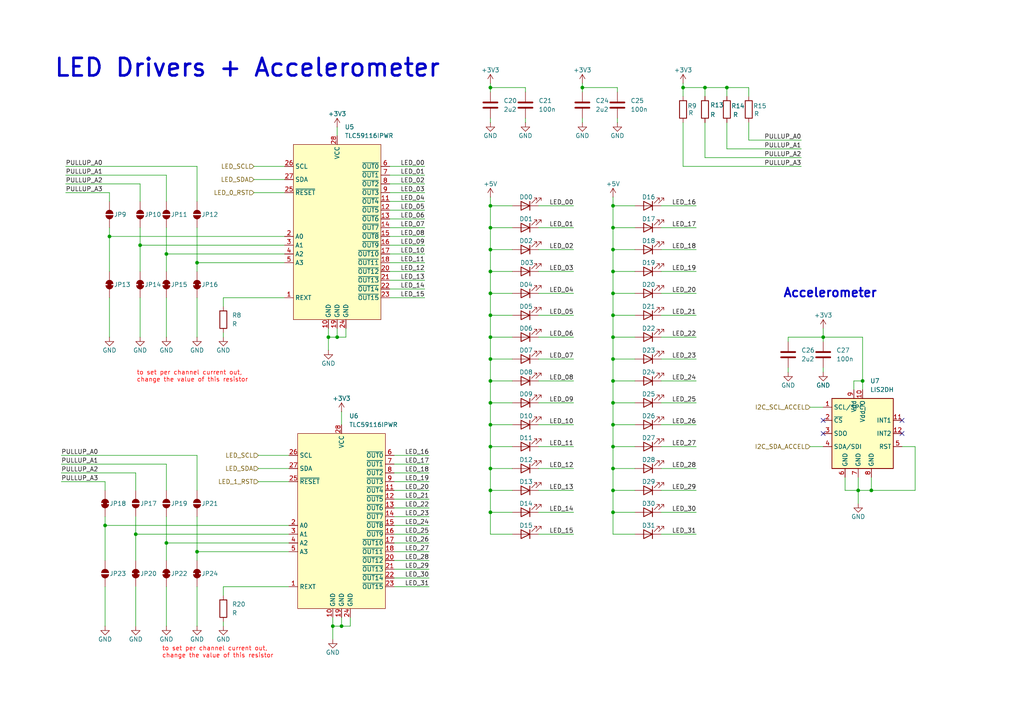
<source format=kicad_sch>
(kicad_sch (version 20231120) (generator "eeschema") (generator_version "8.0")
  (paper "A4")
  (title_block (title "Pico + LEDs") (date "2024-08-11") (rev "A") (comment 1 "Drawn by: Basak"))
  (lib_symbols
    (symbol "Device:LED" (pin_numbers hide) (pin_names (offset 1.016) hide)
      (property "Reference" "D" (at 0 2.54 0))
      (property "Value" "LED" (at 0 -2.54 0))
      (symbol "LED_0_1"
        (polyline (pts (xy -1.27 -1.27) (xy -1.27 1.27)) (stroke (width 0.254)))
        (polyline (pts (xy -1.27 0) (xy 1.27 0)))
        (polyline (pts (xy 1.27 -1.27) (xy 1.27 1.27) (xy -1.27 0) (xy 1.27 -1.27)) (stroke (width 0.254)))
        (polyline (pts (xy -3.048 -0.762) (xy -4.572 -2.286) (xy -3.81 -2.286) (xy -4.572 -2.286) (xy -4.572 -1.524)))
        (polyline (pts (xy -1.778 -0.762) (xy -3.302 -2.286) (xy -2.54 -2.286) (xy -3.302 -2.286) (xy -3.302 -1.524)))
      )
      (symbol "LED_1_1"
        (pin passive line (at -3.81 0 0) (length 2.54) (name "K") (number "1"))
        (pin passive line (at 3.81 0 180) (length 2.54) (name "A") (number "2"))
      )
    )
    (symbol "Device:R" (pin_numbers hide) (pin_names (offset 0))
      (property "Reference" "R" (at 2.032 0 90))
      (property "Value" "R" (at 0 0 90))
      (symbol "R_0_1"
        (rectangle (start -1.016 -2.54) (end 1.016 2.54) (stroke (width 0.254)))
      )
      (symbol "R_1_1"
        (pin passive line (at 0 3.81 270) (length 1.27) (name "~") (number "1"))
        (pin passive line (at 0 -3.81 90) (length 1.27) (name "~") (number "2"))
      )
    )
    (symbol "Jumper:SolderJumper_2_Bridged" (pin_numbers hide) (pin_names (offset 0) hide) (exclude_from_sim yes) (in_bom no)
      (property "Reference" "JP" (at 0 2.032 0))
      (property "Value" "SolderJumper_2_Bridged" (at 0 -2.54 0))
      (symbol "SolderJumper_2_Bridged_0_1"
        (rectangle (start -0.508 0.508) (end 0.508 -0.508) (fill (type outline)))
        (arc (start -0.254 1.016) (mid -1.2656 0) (end -0.254 -1.016))
        (arc (start -0.254 1.016) (mid -1.2656 0) (end -0.254 -1.016) (fill (type outline)))
        (polyline (pts (xy -0.254 1.016) (xy -0.254 -1.016)))
        (polyline (pts (xy 0.254 1.016) (xy 0.254 -1.016)))
        (arc (start 0.254 -1.016) (mid 1.2656 0) (end 0.254 1.016))
        (arc (start 0.254 -1.016) (mid 1.2656 0) (end 0.254 1.016) (fill (type outline)))
      )
      (symbol "SolderJumper_2_Bridged_1_1"
        (pin passive line (at -3.81 0 0) (length 2.54) (name "A") (number "1"))
        (pin passive line (at 3.81 0 180) (length 2.54) (name "B") (number "2"))
      )
    )
    (symbol "Jumper:SolderJumper_2_Open" (pin_numbers hide) (pin_names (offset 0) hide) (exclude_from_sim yes) (in_bom no)
      (property "Reference" "JP" (at 0 2.032 0))
      (property "Value" "SolderJumper_2_Open" (at 0 -2.54 0))
      (symbol "SolderJumper_2_Open_0_1"
        (arc (start -0.254 1.016) (mid -1.2656 0) (end -0.254 -1.016))
        (arc (start -0.254 1.016) (mid -1.2656 0) (end -0.254 -1.016) (fill (type outline)))
        (polyline (pts (xy -0.254 1.016) (xy -0.254 -1.016)))
        (polyline (pts (xy 0.254 1.016) (xy 0.254 -1.016)))
        (arc (start 0.254 -1.016) (mid 1.2656 0) (end 0.254 1.016))
        (arc (start 0.254 -1.016) (mid 1.2656 0) (end 0.254 1.016) (fill (type outline)))
      )
      (symbol "SolderJumper_2_Open_1_1"
        (pin passive line (at -3.81 0 0) (length 2.54) (name "A") (number "1"))
        (pin passive line (at 3.81 0 180) (length 2.54) (name "B") (number "2"))
      )
    )
    (symbol "jellybeans:C-0603-100n-50V" (pin_numbers hide) (pin_names (offset 0.254))
      (property "Reference" "C" (at 0.635 2.54 0))
      (property "Value" "100n" (at 0.635 -2.54 0))
      (symbol "C-0603-100n-50V_0_1"
        (polyline (pts (xy -2.032 -0.762) (xy 2.032 -0.762)) (stroke (width 0.508)))
        (polyline (pts (xy -2.032 0.762) (xy 2.032 0.762)) (stroke (width 0.508)))
      )
      (symbol "C-0603-100n-50V_1_1"
        (pin passive line (at 0 3.81 270) (length 2.794) (name "~") (number "1"))
        (pin passive line (at 0 -3.81 90) (length 2.794) (name "~") (number "2"))
      )
    )
    (symbol "jellybeans:C-0805-2u2-25V" (pin_numbers hide) (pin_names (offset 0.254))
      (property "Reference" "C" (at 0.635 2.54 0))
      (property "Value" "2u2" (at 0.635 -2.54 0))
      (symbol "C-0805-2u2-25V_0_1"
        (polyline (pts (xy -2.032 -0.762) (xy 2.032 -0.762)) (stroke (width 0.508)))
        (polyline (pts (xy -2.032 0.762) (xy 2.032 0.762)) (stroke (width 0.508)))
      )
      (symbol "C-0805-2u2-25V_1_1"
        (pin passive line (at 0 3.81 270) (length 2.794) (name "~") (number "1"))
        (pin passive line (at 0 -3.81 90) (length 2.794) (name "~") (number "2"))
      )
    )
    (symbol "power:+3V3" (power) (pin_numbers hide) (pin_names (offset 0) hide)
      (property "Value" "+3V3" (at 0 3.556 0))
      (symbol "+3V3_0_1"
        (polyline (pts (xy -0.762 1.27) (xy 0 2.54)))
        (polyline (pts (xy 0 0) (xy 0 2.54)))
        (polyline (pts (xy 0 2.54) (xy 0.762 1.27)))
      )
      (symbol "+3V3_1_1"
        (pin power_in line (at 0 0 90) (length 0) (name "~") (number "1"))
      )
    )
    (symbol "power:GND" (power) (pin_numbers hide) (pin_names (offset 0) hide)
      (property "Value" "GND" (at 0 -3.81 0))
      (symbol "GND_0_1"
        (polyline (pts (xy 0 0) (xy 0 -1.27) (xy 1.27 -1.27) (xy 0 -2.54) (xy -1.27 -1.27) (xy 0 -1.27)))
      )
      (symbol "GND_1_1"
        (pin power_in line (at 0 0 270) (length 0) (name "~") (number "1"))
      )
    )
    (symbol "suchi_chips:LIS2DH12"
      (property "Reference" "U" (at -8.89 11.43 0))
      (property "Value" "LIS2DH12" (at 3.81 11.43 0))
      (symbol "LIS2DH12_0_1"
        (rectangle (start -7.62 10.16) (end 10.16 -10.16) (stroke (width 0.254)) (fill (type background)))
      )
      (symbol "LIS2DH12_1_1"
        (pin input line (at -10.16 7.62 0) (length 2.54) (name "SCL/SPC") (number "1"))
        (pin power_in line (at 1.27 12.7 270) (length 2.54) (name "Vdd_IO") (number "10"))
        (pin output line (at 12.7 3.81 180) (length 2.54) (name "INT1") (number "11"))
        (pin output line (at 12.7 0 180) (length 2.54) (name "INT2") (number "12"))
        (pin input line (at -10.16 3.81 0) (length 2.54) (name "~{CS}") (number "2"))
        (pin output line (at -10.16 0 0) (length 2.54) (name "SDO") (number "3"))
        (pin bidirectional line (at -10.16 -3.81 0) (length 2.54) (name "SDA/SDI") (number "4"))
        (pin power_in line (at 12.7 -3.81 180) (length 2.54) (name "RST") (number "5"))
        (pin passive line (at -3.81 -12.7 90) (length 2.54) (name "GND") (number "6"))
        (pin passive line (at 0 -12.7 90) (length 2.54) (name "GND") (number "7"))
        (pin passive line (at 3.81 -12.7 90) (length 2.54) (name "GND") (number "8"))
        (pin power_in line (at -1.27 12.7 270) (length 2.54) (name "Vdd") (number "9"))
      )
    )
    (symbol "suchi_chips:TLC59116IPWR"
      (property "Reference" "U" (at -1.016 3.302 0))
      (property "Value" "TLC59116IPWR" (at -67.31 -7.62 0))
      (symbol "TLC59116IPWR_0_0"
        (pin passive line (at -15.24 -19.05 0) (length 2.54) (name "REXT") (number "1"))
        (pin power_in line (at -2.54 -27.94 90) (length 2.54) (name "GND") (number "10"))
        (pin output line (at 15.24 8.89 180) (length 2.54) (name "~{OUT4}") (number "11"))
        (pin output line (at 15.24 6.35 180) (length 2.54) (name "~{OUT5}") (number "12"))
        (pin output line (at 15.24 3.81 180) (length 2.54) (name "~{OUT6}") (number "13"))
        (pin output line (at 15.24 1.27 180) (length 2.54) (name "~{OUT7}") (number "14"))
        (pin output line (at 15.24 -1.27 180) (length 2.54) (name "~{OUT8}") (number "15"))
        (pin output line (at 15.24 -3.81 180) (length 2.54) (name "~{OUT9}") (number "16"))
        (pin output line (at 15.24 -6.35 180) (length 2.54) (name "~{OUT10}") (number "17"))
        (pin output line (at 15.24 -8.89 180) (length 2.54) (name "~{OUT11}") (number "18"))
        (pin power_in line (at 0 -27.94 90) (length 2.54) (name "GND") (number "19"))
        (pin passive line (at -15.24 -1.27 0) (length 2.54) (name "A0") (number "2"))
        (pin output line (at 15.24 -11.43 180) (length 2.54) (name "~{OUT12}") (number "20"))
        (pin output line (at 15.24 -13.97 180) (length 2.54) (name "~{OUT13}") (number "21"))
        (pin output line (at 15.24 -16.51 180) (length 2.54) (name "~{OUT14}") (number "22"))
        (pin output line (at 15.24 -19.05 180) (length 2.54) (name "~{OUT15}") (number "23"))
        (pin power_in line (at 2.54 -27.94 90) (length 2.54) (name "GND") (number "24"))
        (pin passive line (at -15.24 11.43 0) (length 2.54) (name "~{RESET}") (number "25"))
        (pin open_collector line (at -15.24 19.05 0) (length 2.54) (name "SCL") (number "26"))
        (pin open_collector line (at -15.24 15.24 0) (length 2.54) (name "SDA") (number "27"))
        (pin power_in line (at 0 27.94 270) (length 2.54) (name "VCC") (number "28"))
        (pin passive line (at -15.24 -3.81 0) (length 2.54) (name "A1") (number "3"))
        (pin passive line (at -15.24 -6.35 0) (length 2.54) (name "A2") (number "4"))
        (pin passive line (at -15.24 -8.89 0) (length 2.54) (name "A3") (number "5"))
        (pin output line (at 15.24 19.05 180) (length 2.54) (name "~{OUT0}") (number "6"))
        (pin output line (at 15.24 16.51 180) (length 2.54) (name "~{OUT1}") (number "7"))
        (pin output line (at 15.24 13.97 180) (length 2.54) (name "~{OUT2}") (number "8"))
        (pin output line (at 15.24 11.43 180) (length 2.54) (name "~{OUT3}") (number "9"))
      )
      (symbol "TLC59116IPWR_1_1"
        (rectangle (start -12.7 25.4) (end 12.7 -25.4) (fill (type background)))
      )
    )
  )
  (junction (at 142.24 78.74))
  (junction (at 48.26 73.66))
  (junction (at 142.24 135.89))
  (junction (at 48.26 157.48))
  (junction (at 177.8 78.74))
  (junction (at 177.8 142.24))
  (junction (at 177.8 135.89))
  (junction (at 177.8 104.14))
  (junction (at 177.8 129.54))
  (junction (at 210.82 25.4))
  (junction (at 31.75 68.58))
  (junction (at 177.8 66.04))
  (junction (at 177.8 110.49))
  (junction (at 97.79 97.79))
  (junction (at 30.48 152.4))
  (junction (at 142.24 66.04))
  (junction (at 142.24 104.14))
  (junction (at 142.24 85.09))
  (junction (at 177.8 123.19))
  (junction (at 142.24 91.44))
  (junction (at 177.8 97.79))
  (junction (at 142.24 97.79))
  (junction (at 177.8 59.69))
  (junction (at 40.64 71.12))
  (junction (at 198.12 25.4))
  (junction (at 177.8 91.44))
  (junction (at 95.25 97.79))
  (junction (at 142.24 72.39))
  (junction (at 142.24 123.19))
  (junction (at 177.8 72.39))
  (junction (at 142.24 59.69))
  (junction (at 142.24 129.54))
  (junction (at 238.76 97.79))
  (junction (at 177.8 116.84))
  (junction (at 39.37 154.94))
  (junction (at 142.24 116.84))
  (junction (at 168.91 25.4))
  (junction (at 142.24 142.24))
  (junction (at 57.15 160.02))
  (junction (at 96.52 181.61))
  (junction (at 142.24 110.49))
  (junction (at 248.92 142.24))
  (junction (at 99.06 181.61))
  (junction (at 142.24 25.4))
  (junction (at 142.24 148.59))
  (junction (at 204.47 25.4))
  (junction (at 250.19 110.49))
  (junction (at 177.8 85.09))
  (junction (at 177.8 148.59))
  (junction (at 57.15 76.2))
  (junction (at 252.73 142.24))
  (no_connect (at 238.76 125.73))
  (no_connect (at 238.76 121.92))
  (no_connect (at 261.62 121.92))
  (no_connect (at 261.62 125.73))
  (wire (pts (xy 184.15 154.94) (xy 177.8 154.94)))
  (wire (pts (xy 142.24 104.14) (xy 148.59 104.14)))
  (wire (pts (xy 234.95 118.11) (xy 238.76 118.11)))
  (wire (pts (xy 177.8 57.15) (xy 177.8 59.69)))
  (wire (pts (xy 142.24 91.44) (xy 148.59 91.44)))
  (wire (pts (xy 177.8 72.39) (xy 177.8 78.74)))
  (wire (pts (xy 177.8 85.09) (xy 177.8 91.44)))
  (wire (pts (xy 217.17 40.64) (xy 232.41 40.64)))
  (wire (pts (xy 142.24 142.24) (xy 142.24 135.89)))
  (wire (pts (xy 177.8 78.74) (xy 184.15 78.74)))
  (wire (pts (xy 142.24 85.09) (xy 142.24 91.44)))
  (wire (pts (xy 142.24 78.74) (xy 148.59 78.74)))
  (wire (pts (xy 152.4 34.29) (xy 152.4 35.56)))
  (wire (pts (xy 156.21 85.09) (xy 166.37 85.09)))
  (wire (pts (xy 156.21 104.14) (xy 166.37 104.14)))
  (wire (pts (xy 142.24 104.14) (xy 142.24 110.49)))
  (wire (pts (xy 261.62 129.54) (xy 265.43 129.54)))
  (wire (pts (xy 148.59 148.59) (xy 142.24 148.59)))
  (wire (pts (xy 73.66 48.26) (xy 82.55 48.26)))
  (wire (pts (xy 217.17 27.94) (xy 217.17 25.4)))
  (wire (pts (xy 177.8 116.84) (xy 177.8 123.19)))
  (wire (pts (xy 30.48 170.18) (xy 30.48 181.61)))
  (wire (pts (xy 142.24 57.15) (xy 142.24 59.69)))
  (wire (pts (xy 156.21 110.49) (xy 166.37 110.49)))
  (wire (pts (xy 48.26 142.24) (xy 48.26 134.62)))
  (wire (pts (xy 177.8 78.74) (xy 177.8 85.09)))
  (wire (pts (xy 57.15 160.02) (xy 57.15 149.86)))
  (wire (pts (xy 177.8 148.59) (xy 177.8 142.24)))
  (wire (pts (xy 57.15 97.79) (xy 57.15 86.36)))
  (wire (pts (xy 113.03 58.42) (xy 123.19 58.42)))
  (wire (pts (xy 114.3 170.18) (xy 124.46 170.18)))
  (wire (pts (xy 114.3 134.62) (xy 124.46 134.62)))
  (wire (pts (xy 113.03 83.82) (xy 123.19 83.82)))
  (wire (pts (xy 142.24 135.89) (xy 142.24 129.54)))
  (wire (pts (xy 96.52 179.07) (xy 96.52 181.61)))
  (wire (pts (xy 114.3 162.56) (xy 124.46 162.56)))
  (wire (pts (xy 39.37 154.94) (xy 83.82 154.94)))
  (wire (pts (xy 191.77 97.79) (xy 201.93 97.79)))
  (wire (pts (xy 95.25 97.79) (xy 95.25 101.6)))
  (wire (pts (xy 238.76 95.25) (xy 238.76 97.79)))
  (wire (pts (xy 191.77 142.24) (xy 201.93 142.24)))
  (wire (pts (xy 114.3 152.4) (xy 124.46 152.4)))
  (wire (pts (xy 204.47 35.56) (xy 204.47 45.72)))
  (wire (pts (xy 198.12 25.4) (xy 204.47 25.4)))
  (wire (pts (xy 191.77 148.59) (xy 201.93 148.59)))
  (wire (pts (xy 148.59 66.04) (xy 142.24 66.04)))
  (wire (pts (xy 31.75 68.58) (xy 31.75 78.74)))
  (wire (pts (xy 156.21 59.69) (xy 166.37 59.69)))
  (wire (pts (xy 99.06 181.61) (xy 96.52 181.61)))
  (wire (pts (xy 156.21 72.39) (xy 166.37 72.39)))
  (wire (pts (xy 191.77 72.39) (xy 201.93 72.39)))
  (wire (pts (xy 177.8 91.44) (xy 177.8 97.79)))
  (wire (pts (xy 57.15 162.56) (xy 57.15 160.02)))
  (wire (pts (xy 114.3 132.08) (xy 124.46 132.08)))
  (wire (pts (xy 113.03 71.12) (xy 123.19 71.12)))
  (wire (pts (xy 156.21 97.79) (xy 166.37 97.79)))
  (wire (pts (xy 234.95 129.54) (xy 238.76 129.54)))
  (wire (pts (xy 64.77 86.36) (xy 64.77 88.9)))
  (wire (pts (xy 198.12 25.4) (xy 198.12 27.94)))
  (wire (pts (xy 217.17 35.56) (xy 217.17 40.64)))
  (wire (pts (xy 19.05 48.26) (xy 57.15 48.26)))
  (wire (pts (xy 48.26 58.42) (xy 48.26 50.8)))
  (wire (pts (xy 191.77 135.89) (xy 201.93 135.89)))
  (wire (pts (xy 114.3 167.64) (xy 124.46 167.64)))
  (wire (pts (xy 142.24 116.84) (xy 142.24 123.19)))
  (wire (pts (xy 142.24 129.54) (xy 148.59 129.54)))
  (wire (pts (xy 184.15 72.39) (xy 177.8 72.39)))
  (wire (pts (xy 114.3 149.86) (xy 124.46 149.86)))
  (wire (pts (xy 113.03 63.5) (xy 123.19 63.5)))
  (wire (pts (xy 177.8 123.19) (xy 177.8 129.54)))
  (wire (pts (xy 113.03 86.36) (xy 123.19 86.36)))
  (wire (pts (xy 31.75 66.04) (xy 31.75 68.58)))
  (wire (pts (xy 30.48 149.86) (xy 30.48 152.4)))
  (wire (pts (xy 250.19 97.79) (xy 238.76 97.79)))
  (wire (pts (xy 142.24 97.79) (xy 142.24 104.14)))
  (wire (pts (xy 97.79 95.25) (xy 97.79 97.79)))
  (wire (pts (xy 114.3 157.48) (xy 124.46 157.48)))
  (wire (pts (xy 142.24 24.13) (xy 142.24 25.4)))
  (wire (pts (xy 198.12 35.56) (xy 198.12 48.26)))
  (wire (pts (xy 177.8 129.54) (xy 184.15 129.54)))
  (wire (pts (xy 142.24 148.59) (xy 142.24 142.24)))
  (wire (pts (xy 142.24 78.74) (xy 142.24 85.09)))
  (wire (pts (xy 156.21 78.74) (xy 166.37 78.74)))
  (wire (pts (xy 156.21 142.24) (xy 166.37 142.24)))
  (wire (pts (xy 97.79 97.79) (xy 95.25 97.79)))
  (wire (pts (xy 30.48 152.4) (xy 30.48 162.56)))
  (wire (pts (xy 191.77 104.14) (xy 201.93 104.14)))
  (wire (pts (xy 250.19 110.49) (xy 250.19 97.79)))
  (wire (pts (xy 177.8 59.69) (xy 184.15 59.69)))
  (wire (pts (xy 39.37 137.16) (xy 39.37 142.24)))
  (wire (pts (xy 252.73 142.24) (xy 248.92 142.24)))
  (wire (pts (xy 19.05 50.8) (xy 48.26 50.8)))
  (wire (pts (xy 156.21 129.54) (xy 166.37 129.54)))
  (wire (pts (xy 191.77 91.44) (xy 201.93 91.44)))
  (wire (pts (xy 101.6 179.07) (xy 101.6 181.61)))
  (wire (pts (xy 156.21 116.84) (xy 166.37 116.84)))
  (wire (pts (xy 142.24 110.49) (xy 142.24 116.84)))
  (wire (pts (xy 57.15 76.2) (xy 57.15 66.04)))
  (wire (pts (xy 252.73 138.43) (xy 252.73 142.24)))
  (wire (pts (xy 191.77 110.49) (xy 201.93 110.49)))
  (wire (pts (xy 48.26 73.66) (xy 48.26 66.04)))
  (wire (pts (xy 248.92 142.24) (xy 248.92 146.05)))
  (wire (pts (xy 64.77 96.52) (xy 64.77 97.79)))
  (wire (pts (xy 245.11 142.24) (xy 248.92 142.24)))
  (wire (pts (xy 177.8 104.14) (xy 177.8 110.49)))
  (wire (pts (xy 113.03 48.26) (xy 123.19 48.26)))
  (wire (pts (xy 142.24 154.94) (xy 142.24 148.59)))
  (wire (pts (xy 31.75 68.58) (xy 82.55 68.58)))
  (wire (pts (xy 184.15 66.04) (xy 177.8 66.04)))
  (wire (pts (xy 177.8 142.24) (xy 177.8 135.89)))
  (wire (pts (xy 48.26 181.61) (xy 48.26 170.18)))
  (wire (pts (xy 156.21 154.94) (xy 166.37 154.94)))
  (wire (pts (xy 83.82 170.18) (xy 64.77 170.18)))
  (wire (pts (xy 191.77 78.74) (xy 201.93 78.74)))
  (wire (pts (xy 177.8 154.94) (xy 177.8 148.59)))
  (wire (pts (xy 31.75 55.88) (xy 31.75 58.42)))
  (wire (pts (xy 95.25 95.25) (xy 95.25 97.79)))
  (wire (pts (xy 48.26 157.48) (xy 48.26 149.86)))
  (wire (pts (xy 31.75 86.36) (xy 31.75 97.79)))
  (wire (pts (xy 142.24 123.19) (xy 142.24 129.54)))
  (wire (pts (xy 198.12 24.13) (xy 198.12 25.4)))
  (wire (pts (xy 228.6 106.68) (xy 228.6 107.95)))
  (wire (pts (xy 148.59 72.39) (xy 142.24 72.39)))
  (wire (pts (xy 39.37 162.56) (xy 39.37 154.94)))
  (wire (pts (xy 265.43 142.24) (xy 252.73 142.24)))
  (wire (pts (xy 142.24 72.39) (xy 142.24 78.74)))
  (wire (pts (xy 204.47 45.72) (xy 232.41 45.72)))
  (wire (pts (xy 48.26 97.79) (xy 48.26 86.36)))
  (wire (pts (xy 228.6 99.06) (xy 228.6 97.79)))
  (wire (pts (xy 113.03 55.88) (xy 123.19 55.88)))
  (wire (pts (xy 191.77 154.94) (xy 201.93 154.94)))
  (wire (pts (xy 179.07 34.29) (xy 179.07 35.56)))
  (wire (pts (xy 204.47 27.94) (xy 204.47 25.4)))
  (wire (pts (xy 57.15 181.61) (xy 57.15 170.18)))
  (wire (pts (xy 177.8 97.79) (xy 177.8 104.14)))
  (wire (pts (xy 40.64 97.79) (xy 40.64 86.36)))
  (wire (pts (xy 114.3 160.02) (xy 124.46 160.02)))
  (wire (pts (xy 74.93 139.7) (xy 83.82 139.7)))
  (wire (pts (xy 64.77 170.18) (xy 64.77 172.72)))
  (wire (pts (xy 48.26 157.48) (xy 83.82 157.48)))
  (wire (pts (xy 210.82 35.56) (xy 210.82 43.18)))
  (wire (pts (xy 99.06 119.38) (xy 99.06 123.19)))
  (wire (pts (xy 114.3 137.16) (xy 124.46 137.16)))
  (wire (pts (xy 100.33 97.79) (xy 97.79 97.79)))
  (wire (pts (xy 114.3 154.94) (xy 124.46 154.94)))
  (wire (pts (xy 30.48 152.4) (xy 83.82 152.4)))
  (wire (pts (xy 177.8 104.14) (xy 184.15 104.14)))
  (wire (pts (xy 142.24 110.49) (xy 148.59 110.49)))
  (wire (pts (xy 114.3 144.78) (xy 124.46 144.78)))
  (wire (pts (xy 191.77 59.69) (xy 201.93 59.69)))
  (wire (pts (xy 148.59 135.89) (xy 142.24 135.89)))
  (wire (pts (xy 184.15 142.24) (xy 177.8 142.24)))
  (wire (pts (xy 245.11 138.43) (xy 245.11 142.24)))
  (wire (pts (xy 142.24 26.67) (xy 142.24 25.4)))
  (wire (pts (xy 142.24 123.19) (xy 148.59 123.19)))
  (wire (pts (xy 248.92 138.43) (xy 248.92 142.24)))
  (wire (pts (xy 73.66 55.88) (xy 82.55 55.88)))
  (wire (pts (xy 57.15 142.24) (xy 57.15 132.08)))
  (wire (pts (xy 113.03 53.34) (xy 123.19 53.34)))
  (wire (pts (xy 113.03 78.74) (xy 123.19 78.74)))
  (wire (pts (xy 40.64 53.34) (xy 40.64 58.42)))
  (wire (pts (xy 198.12 48.26) (xy 232.41 48.26)))
  (wire (pts (xy 228.6 97.79) (xy 238.76 97.79)))
  (wire (pts (xy 40.64 71.12) (xy 40.64 66.04)))
  (wire (pts (xy 191.77 116.84) (xy 201.93 116.84)))
  (wire (pts (xy 99.06 179.07) (xy 99.06 181.61)))
  (wire (pts (xy 247.65 113.03) (xy 247.65 110.49)))
  (wire (pts (xy 152.4 25.4) (xy 152.4 26.67)))
  (wire (pts (xy 210.82 25.4) (xy 217.17 25.4)))
  (wire (pts (xy 177.8 116.84) (xy 184.15 116.84)))
  (wire (pts (xy 265.43 129.54) (xy 265.43 142.24)))
  (wire (pts (xy 156.21 148.59) (xy 166.37 148.59)))
  (wire (pts (xy 17.78 132.08) (xy 57.15 132.08)))
  (wire (pts (xy 184.15 148.59) (xy 177.8 148.59)))
  (wire (pts (xy 17.78 139.7) (xy 30.48 139.7)))
  (wire (pts (xy 177.8 123.19) (xy 184.15 123.19)))
  (wire (pts (xy 142.24 85.09) (xy 148.59 85.09)))
  (wire (pts (xy 156.21 66.04) (xy 166.37 66.04)))
  (wire (pts (xy 177.8 85.09) (xy 184.15 85.09)))
  (wire (pts (xy 40.64 71.12) (xy 82.55 71.12)))
  (wire (pts (xy 184.15 135.89) (xy 177.8 135.89)))
  (wire (pts (xy 191.77 123.19) (xy 201.93 123.19)))
  (wire (pts (xy 48.26 78.74) (xy 48.26 73.66)))
  (wire (pts (xy 204.47 25.4) (xy 210.82 25.4)))
  (wire (pts (xy 177.8 59.69) (xy 177.8 66.04)))
  (wire (pts (xy 148.59 154.94) (xy 142.24 154.94)))
  (wire (pts (xy 57.15 58.42) (xy 57.15 48.26)))
  (wire (pts (xy 142.24 72.39) (xy 142.24 66.04)))
  (wire (pts (xy 74.93 132.08) (xy 83.82 132.08)))
  (wire (pts (xy 250.19 113.03) (xy 250.19 110.49)))
  (wire (pts (xy 168.91 34.29) (xy 168.91 35.56)))
  (wire (pts (xy 142.24 25.4) (xy 152.4 25.4)))
  (wire (pts (xy 82.55 86.36) (xy 64.77 86.36)))
  (wire (pts (xy 168.91 24.13) (xy 168.91 25.4)))
  (wire (pts (xy 100.33 95.25) (xy 100.33 97.79)))
  (wire (pts (xy 40.64 78.74) (xy 40.64 71.12)))
  (wire (pts (xy 64.77 180.34) (xy 64.77 181.61)))
  (wire (pts (xy 74.93 135.89) (xy 83.82 135.89)))
  (wire (pts (xy 17.78 134.62) (xy 48.26 134.62)))
  (wire (pts (xy 177.8 72.39) (xy 177.8 66.04)))
  (wire (pts (xy 48.26 73.66) (xy 82.55 73.66)))
  (wire (pts (xy 30.48 139.7) (xy 30.48 142.24)))
  (wire (pts (xy 101.6 181.61) (xy 99.06 181.61)))
  (wire (pts (xy 177.8 97.79) (xy 184.15 97.79)))
  (wire (pts (xy 113.03 68.58) (xy 123.19 68.58)))
  (wire (pts (xy 97.79 36.83) (xy 97.79 39.37)))
  (wire (pts (xy 57.15 76.2) (xy 82.55 76.2)))
  (wire (pts (xy 17.78 137.16) (xy 39.37 137.16)))
  (wire (pts (xy 191.77 85.09) (xy 201.93 85.09)))
  (wire (pts (xy 177.8 110.49) (xy 177.8 116.84)))
  (wire (pts (xy 210.82 43.18) (xy 232.41 43.18)))
  (wire (pts (xy 238.76 106.68) (xy 238.76 107.95)))
  (wire (pts (xy 113.03 60.96) (xy 123.19 60.96)))
  (wire (pts (xy 57.15 160.02) (xy 83.82 160.02)))
  (wire (pts (xy 177.8 135.89) (xy 177.8 129.54)))
  (wire (pts (xy 168.91 25.4) (xy 179.07 25.4)))
  (wire (pts (xy 148.59 142.24) (xy 142.24 142.24)))
  (wire (pts (xy 39.37 181.61) (xy 39.37 170.18)))
  (wire (pts (xy 142.24 34.29) (xy 142.24 35.56)))
  (wire (pts (xy 142.24 66.04) (xy 142.24 59.69)))
  (wire (pts (xy 177.8 110.49) (xy 184.15 110.49)))
  (wire (pts (xy 113.03 50.8) (xy 123.19 50.8)))
  (wire (pts (xy 113.03 73.66) (xy 123.19 73.66)))
  (wire (pts (xy 142.24 97.79) (xy 148.59 97.79)))
  (wire (pts (xy 168.91 26.67) (xy 168.91 25.4)))
  (wire (pts (xy 57.15 78.74) (xy 57.15 76.2)))
  (wire (pts (xy 19.05 53.34) (xy 40.64 53.34)))
  (wire (pts (xy 96.52 181.61) (xy 96.52 185.42)))
  (wire (pts (xy 179.07 25.4) (xy 179.07 26.67)))
  (wire (pts (xy 114.3 165.1) (xy 124.46 165.1)))
  (wire (pts (xy 142.24 59.69) (xy 148.59 59.69)))
  (wire (pts (xy 156.21 135.89) (xy 166.37 135.89)))
  (wire (pts (xy 114.3 139.7) (xy 124.46 139.7)))
  (wire (pts (xy 238.76 97.79) (xy 238.76 99.06)))
  (wire (pts (xy 191.77 66.04) (xy 201.93 66.04)))
  (wire (pts (xy 113.03 76.2) (xy 123.19 76.2)))
  (wire (pts (xy 73.66 52.07) (xy 82.55 52.07)))
  (wire (pts (xy 210.82 25.4) (xy 210.82 27.94)))
  (wire (pts (xy 113.03 81.28) (xy 123.19 81.28)))
  (wire (pts (xy 114.3 142.24) (xy 124.46 142.24)))
  (wire (pts (xy 156.21 123.19) (xy 166.37 123.19)))
  (wire (pts (xy 142.24 91.44) (xy 142.24 97.79)))
  (wire (pts (xy 156.21 91.44) (xy 166.37 91.44)))
  (wire (pts (xy 191.77 129.54) (xy 201.93 129.54)))
  (wire (pts (xy 142.24 116.84) (xy 148.59 116.84)))
  (wire (pts (xy 177.8 91.44) (xy 184.15 91.44)))
  (wire (pts (xy 113.03 66.04) (xy 123.19 66.04)))
  (wire (pts (xy 39.37 154.94) (xy 39.37 149.86)))
  (wire (pts (xy 114.3 147.32) (xy 124.46 147.32)))
  (wire (pts (xy 247.65 110.49) (xy 250.19 110.49)))
  (wire (pts (xy 48.26 162.56) (xy 48.26 157.48)))
  (wire (pts (xy 19.05 55.88) (xy 31.75 55.88)))
  (text "to set per channel current out,\nchange the value of this resistor" (at 46.99 189.23 0) (effects (font (size 1.27 1.27)) (justify left)))
  (text "to set per channel current out,\nchange the value of this resistor" (at 39.624 109.22 0) (effects (font (size 1.27 1.27)) (justify left)))
  (text "Accelerometer" (at 240.792 85.09 0) (effects (font (size 2.54 2.54) (thickness 0.508) (bold yes))))
  (text "LED Drivers + Accelerometer" (at 15.494 19.812 0) (effects (font (size 5.08 5.08) (thickness 0.762) (bold yes)) (justify left)))
  (label "LED_08" (at 166.37 110.49 180))
  (label "LED_00" (at 166.37 59.69 180))
  (label "LED_09" (at 123.19 71.12 180))
  (label "LED_29" (at 201.93 142.24 180))
  (label "LED_16" (at 201.93 59.69 180))
  (label "LED_31" (at 201.93 154.94 180))
  (label "LED_14" (at 166.37 148.59 180))
  (label "LED_10" (at 166.37 123.19 180))
  (label "LED_28" (at 201.93 135.89 180))
  (label "LED_21" (at 124.46 144.78 180))
  (label "PULLUP_A0" (at 19.05 48.26 0))
  (label "PULLUP_A3" (at 19.05 55.88 0))
  (label "LED_02" (at 123.19 53.34 180))
  (label "LED_20" (at 124.46 142.24 180))
  (label "LED_24" (at 124.46 152.4 180))
  (label "PULLUP_A1" (at 232.41 43.18 180))
  (label "PULLUP_A0" (at 17.78 132.08 0))
  (label "LED_07" (at 123.19 66.04 180))
  (label "PULLUP_A0" (at 232.41 40.64 180))
  (label "LED_25" (at 201.93 116.84 180))
  (label "LED_11" (at 166.37 129.54 180))
  (label "PULLUP_A2" (at 19.05 53.34 0))
  (label "LED_31" (at 124.46 170.18 180))
  (label "LED_06" (at 123.19 63.5 180))
  (label "LED_01" (at 166.37 66.04 180))
  (label "PULLUP_A3" (at 232.41 48.26 180))
  (label "LED_16" (at 124.46 132.08 180))
  (label "LED_09" (at 166.37 116.84 180))
  (label "LED_30" (at 201.93 148.59 180))
  (label "PULLUP_A1" (at 17.78 134.62 0))
  (label "LED_29" (at 124.46 165.1 180))
  (label "LED_11" (at 123.19 76.2 180))
  (label "LED_30" (at 124.46 167.64 180))
  (label "LED_27" (at 201.93 129.54 180))
  (label "LED_23" (at 201.93 104.14 180))
  (label "LED_27" (at 124.46 160.02 180))
  (label "LED_17" (at 201.93 66.04 180))
  (label "LED_03" (at 166.37 78.74 180))
  (label "LED_18" (at 124.46 137.16 180))
  (label "LED_05" (at 123.19 60.96 180))
  (label "LED_00" (at 123.19 48.26 180))
  (label "LED_05" (at 166.37 91.44 180))
  (label "LED_20" (at 201.93 85.09 180))
  (label "LED_22" (at 124.46 147.32 180))
  (label "LED_17" (at 124.46 134.62 180))
  (label "LED_19" (at 201.93 78.74 180))
  (label "LED_12" (at 123.19 78.74 180))
  (label "LED_03" (at 123.19 55.88 180))
  (label "PULLUP_A1" (at 19.05 50.8 0))
  (label "LED_22" (at 201.93 97.79 180))
  (label "LED_14" (at 123.19 83.82 180))
  (label "LED_25" (at 124.46 154.94 180))
  (label "LED_04" (at 123.19 58.42 180))
  (label "LED_15" (at 123.19 86.36 180))
  (label "LED_07" (at 166.37 104.14 180))
  (label "LED_13" (at 166.37 142.24 180))
  (label "LED_28" (at 124.46 162.56 180))
  (label "LED_08" (at 123.19 68.58 180))
  (label "LED_19" (at 124.46 139.7 180))
  (label "LED_02" (at 166.37 72.39 180))
  (label "LED_26" (at 124.46 157.48 180))
  (label "LED_10" (at 123.19 73.66 180))
  (label "PULLUP_A2" (at 17.78 137.16 0))
  (label "LED_21" (at 201.93 91.44 180))
  (label "LED_01" (at 123.19 50.8 180))
  (label "LED_12" (at 166.37 135.89 180))
  (label "PULLUP_A3" (at 17.78 139.7 0))
  (label "LED_18" (at 201.93 72.39 180))
  (label "LED_15" (at 166.37 154.94 180))
  (label "LED_04" (at 166.37 85.09 180))
  (label "PULLUP_A2" (at 232.41 45.72 180))
  (label "LED_24" (at 201.93 110.49 180))
  (label "LED_06" (at 166.37 97.79 180))
  (label "LED_13" (at 123.19 81.28 180))
  (label "LED_23" (at 124.46 149.86 180))
  (label "LED_26" (at 201.93 123.19 180))
  (hierarchical_label "LED_0_RST" (shape input) (at 73.66 55.88 180))
  (hierarchical_label "LED_1_RST" (shape input) (at 74.93 139.7 180))
  (hierarchical_label "I2C_SCL_ACCEL" (shape input) (at 234.95 118.11 180))
  (hierarchical_label "LED_SDA" (shape input) (at 74.93 135.89 180))
  (hierarchical_label "LED_SDA" (shape input) (at 73.66 52.07 180))
  (hierarchical_label "LED_SCL" (shape input) (at 73.66 48.26 180))
  (hierarchical_label "I2C_SDA_ACCEL" (shape input) (at 234.95 129.54 180))
  (hierarchical_label "LED_SCL" (shape input) (at 74.93 132.08 180))
  (symbol (lib_id "Jumper:SolderJumper_2_Open") (at 31.75 62.23 90) (unit 1) (exclude_from_sim yes) (in_bom no)
    (property "Reference" "JP9" (at 33.02 62.23 90) (effects (justify right)))
    (property "Value" "SolderJumper_2_Open" (effects (hide yes)))
    (property "Description" "Solder Jumper, 2-pole, open" (effects (hide yes)))
  )
  (symbol (lib_id "power:+3V3") (at 142.24 24.13 0) (unit 1)
    (property "Reference" "#PWR037" (effects (hide yes)))
    (property "Value" "+3V3" (at 142.24 20.32 0))
    (property "Description" "Power symbol creates a global label with name \"+3V3\"" (effects (hide yes)))
  )
  (symbol (lib_id "power:+3V3") (at 198.12 24.13 0) (unit 1)
    (property "Reference" "#PWR040" (effects (hide yes)))
    (property "Value" "+3V3" (at 198.12 20.32 0))
    (property "Description" "Power symbol creates a global label with name \"+3V3\"" (effects (hide yes)))
  )
  (symbol (lib_id "power:+3V3") (at 142.24 57.15 0) (unit 1)
    (property "Reference" "#PWR036" (effects (hide yes)))
    (property "Value" "+5V" (at 142.24 53.34 0))
    (property "Description" "Power symbol creates a global label with name \"+3V3\"" (effects (hide yes)))
  )
  (symbol (lib_id "suchi_chips:LIS2DH12") (at 248.92 125.73 0) (unit 1)
    (property "Reference" "U7" (at 252.3841 110.49 0) (effects (justify left)))
    (property "Value" "LIS2DH" (at 252.3841 113.03 0) (effects (justify left)))
    (property "Footprint" "Package_LGA:LGA-14_2x2mm_P0.35mm_LayoutBorder3x4y" (effects (hide yes)))
    (property "Datasheet" "http://www.st.com/web/en/resource/technical/document/datasheet/DM00042751.pdf" (effects (hide yes)))
    (property "Description" "3-Axis Accelerometer, 2/4/8/16g range, I2C/SPI interface, LGA-14" (effects (hide yes)))
  )
  (symbol (lib_id "power:GND") (at 40.64 97.79 0) (unit 1)
    (property "Reference" "#PWR059" (effects (hide yes)))
    (property "Value" "GND" (at 40.64 101.6 0))
    (property "Description" "Power symbol creates a global label with name \"GND\" , ground" (effects (hide yes)))
  )
  (symbol (lib_id "Device:LED") (at 152.4 85.09 180) (unit 1)
    (property "Reference" "D04" (at 150.622 82.55 0) (effects (justify right)))
    (property "Value" "LED" (effects (hide yes)))
    (property "Description" "Light emitting diode" (effects (hide yes)))
  )
  (symbol (lib_id "Device:LED") (at 187.96 85.09 180) (unit 1)
    (property "Reference" "D20" (at 186.182 82.55 0) (effects (justify right)))
    (property "Value" "LED" (effects (hide yes)))
    (property "Description" "Light emitting diode" (effects (hide yes)))
  )
  (symbol (lib_id "power:GND") (at 179.07 35.56 0) (unit 1)
    (property "Reference" "#PWR065" (effects (hide yes)))
    (property "Value" "GND" (at 179.07 39.37 0))
    (property "Description" "Power symbol creates a global label with name \"GND\" , ground" (effects (hide yes)))
  )
  (symbol (lib_id "Device:LED") (at 152.4 116.84 180) (unit 1)
    (property "Reference" "D09" (at 150.622 114.3 0) (effects (justify right)))
    (property "Value" "LED" (effects (hide yes)))
    (property "Description" "Light emitting diode" (effects (hide yes)))
  )
  (symbol (lib_id "Jumper:SolderJumper_2_Open") (at 48.26 62.23 90) (unit 1) (exclude_from_sim yes) (in_bom no)
    (property "Reference" "JP11" (at 49.53 62.23 90) (effects (justify right)))
    (property "Value" "SolderJumper_2_Open" (effects (hide yes)))
    (property "Description" "Solder Jumper, 2-pole, open" (effects (hide yes)))
  )
  (symbol (lib_id "suchi_chips:TLC59116IPWR") (at 97.79 67.31 0) (unit 1)
    (property "Reference" "U5" (at 99.9841 36.83 0) (effects (justify left)))
    (property "Value" "TLC59116IPWR" (at 99.9841 39.37 0) (effects (justify left)))
    (property "Footprint" "Package_SO:TSSOP-28_4.4x9.7mm_P0.65mm" (effects (hide yes)))
    (property "Description" "17V I2C 16 120mA 3V~5.5V TSSOP-28 LED Drivers ROHS" (effects (hide yes)))
    (property "MFG" "Texas Instruments " (effects (hide yes)))
    (property "MPN" "TLC59116IPWR" (effects (hide yes)))
    (property "JLC" "C131194 " (effects (hide yes)))
  )
  (symbol (lib_id "Jumper:SolderJumper_2_Bridged") (at 31.75 82.55 90) (unit 1) (exclude_from_sim yes) (in_bom no)
    (property "Reference" "JP13" (at 33.02 82.55 90) (effects (justify right)))
    (property "Value" "SolderJumper_2_Bridged" (effects (hide yes)))
    (property "Description" "Solder Jumper, 2-pole, closed/bridged" (effects (hide yes)))
  )
  (symbol (lib_id "Jumper:SolderJumper_2_Bridged") (at 48.26 82.55 90) (unit 1) (exclude_from_sim yes) (in_bom no)
    (property "Reference" "JP15" (at 49.53 82.55 90) (effects (justify right)))
    (property "Value" "SolderJumper_2_Bridged" (effects (hide yes)))
    (property "Description" "Solder Jumper, 2-pole, closed/bridged" (effects (hide yes)))
  )
  (symbol (lib_id "Device:LED") (at 187.96 116.84 180) (unit 1)
    (property "Reference" "D25" (at 186.182 114.3 0) (effects (justify right)))
    (property "Value" "LED" (effects (hide yes)))
    (property "Description" "Light emitting diode" (effects (hide yes)))
  )
  (symbol (lib_id "Jumper:SolderJumper_2_Open") (at 40.64 62.23 90) (unit 1) (exclude_from_sim yes) (in_bom no)
    (property "Reference" "JP10" (at 41.91 62.23 90) (effects (justify right)))
    (property "Value" "SolderJumper_2_Open" (effects (hide yes)))
    (property "Description" "Solder Jumper, 2-pole, open" (effects (hide yes)))
  )
  (symbol (lib_id "Jumper:SolderJumper_2_Open") (at 48.26 146.05 90) (unit 1) (exclude_from_sim yes) (in_bom no)
    (property "Reference" "JP19" (at 49.53 146.05 90) (effects (justify right)))
    (property "Value" "SolderJumper_2_Open" (effects (hide yes)))
    (property "Description" "Solder Jumper, 2-pole, open" (effects (hide yes)))
  )
  (symbol (lib_id "Device:LED") (at 187.96 154.94 180) (unit 1)
    (property "Reference" "D31" (at 186.182 152.4 0) (effects (justify right)))
    (property "Value" "LED" (effects (hide yes)))
    (property "Description" "Light emitting diode" (effects (hide yes)))
  )
  (symbol (lib_id "power:GND") (at 142.24 35.56 0) (unit 1)
    (property "Reference" "#PWR038" (effects (hide yes)))
    (property "Value" "GND" (at 142.24 39.37 0))
    (property "Description" "Power symbol creates a global label with name \"GND\" , ground" (effects (hide yes)))
  )
  (symbol (lib_id "power:+3V3") (at 177.8 57.15 0) (unit 1)
    (property "Reference" "#PWR062" (effects (hide yes)))
    (property "Value" "+5V" (at 177.8 53.34 0))
    (property "Description" "Power symbol creates a global label with name \"+3V3\"" (effects (hide yes)))
  )
  (symbol (lib_id "power:+3V3") (at 238.76 95.25 0) (unit 1)
    (property "Reference" "#PWR051" (effects (hide yes)))
    (property "Value" "+3V3" (at 238.76 91.44 0))
    (property "Description" "Power symbol creates a global label with name \"+3V3\"" (effects (hide yes)))
  )
  (symbol (lib_id "power:GND") (at 168.91 35.56 0) (unit 1)
    (property "Reference" "#PWR064" (effects (hide yes)))
    (property "Value" "GND" (at 168.91 39.37 0))
    (property "Description" "Power symbol creates a global label with name \"GND\" , ground" (effects (hide yes)))
  )
  (symbol (lib_id "Device:LED") (at 152.4 110.49 180) (unit 1)
    (property "Reference" "D08" (at 150.622 107.95 0) (effects (justify right)))
    (property "Value" "LED" (effects (hide yes)))
    (property "Description" "Light emitting diode" (effects (hide yes)))
  )
  (symbol (lib_id "Device:LED") (at 187.96 72.39 180) (unit 1)
    (property "Reference" "D18" (at 186.182 69.85 0) (effects (justify right)))
    (property "Value" "LED" (effects (hide yes)))
    (property "Footprint" "LED_SMD:LED_0805_2012Metric" (effects (hide yes)))
    (property "Description" "Light emitting diode" (effects (hide yes)))
  )
  (symbol (lib_id "Device:LED") (at 187.96 66.04 180) (unit 1)
    (property "Reference" "D17" (at 186.182 63.5 0) (effects (justify right)))
    (property "Value" "LED" (effects (hide yes)))
    (property "Footprint" "LED_SMD:LED_0805_2012Metric" (effects (hide yes)))
    (property "Description" "Light emitting diode" (effects (hide yes)))
  )
  (symbol (lib_id "Jumper:SolderJumper_2_Open") (at 57.15 62.23 90) (unit 1) (exclude_from_sim yes) (in_bom no)
    (property "Reference" "JP12" (at 58.42 62.23 90) (effects (justify right)))
    (property "Value" "SolderJumper_2_Open" (effects (hide yes)))
    (property "Description" "Solder Jumper, 2-pole, open" (effects (hide yes)))
  )
  (symbol (lib_id "power:GND") (at 248.92 146.05 0) (unit 1)
    (property "Reference" "#PWR053" (effects (hide yes)))
    (property "Value" "GND" (at 248.92 149.86 0))
    (property "Description" "Power symbol creates a global label with name \"GND\" , ground" (effects (hide yes)))
  )
  (symbol (lib_id "Device:R") (at 198.12 31.75 0) (unit 1)
    (property "Reference" "R9" (at 199.39 30.734 0) (effects (justify left)))
    (property "Value" "R" (at 199.644 32.766 0) (effects (justify left)))
    (property "Description" "Resistor" (effects (hide yes)))
  )
  (symbol (lib_id "Jumper:SolderJumper_2_Bridged") (at 39.37 166.37 90) (unit 1) (exclude_from_sim yes) (in_bom no)
    (property "Reference" "JP20" (at 40.64 166.37 90) (effects (justify right)))
    (property "Value" "SolderJumper_2_Bridged" (effects (hide yes)))
    (property "Description" "Solder Jumper, 2-pole, closed/bridged" (effects (hide yes)))
  )
  (symbol (lib_id "Device:LED") (at 152.4 72.39 180) (unit 1)
    (property "Reference" "D02" (at 150.622 69.85 0) (effects (justify right)))
    (property "Value" "LED" (effects (hide yes)))
    (property "Footprint" "LED_SMD:LED_0805_2012Metric" (effects (hide yes)))
    (property "Description" "Light emitting diode" (effects (hide yes)))
  )
  (symbol (lib_id "Device:LED") (at 152.4 154.94 180) (unit 1)
    (property "Reference" "D15" (at 150.622 152.4 0) (effects (justify right)))
    (property "Value" "LED" (effects (hide yes)))
    (property "Description" "Light emitting diode" (effects (hide yes)))
  )
  (symbol (lib_id "power:GND") (at 64.77 97.79 0) (unit 1)
    (property "Reference" "#PWR042" (effects (hide yes)))
    (property "Value" "GND" (at 64.77 101.6 0))
    (property "Description" "Power symbol creates a global label with name \"GND\" , ground" (effects (hide yes)))
  )
  (symbol (lib_id "Device:R") (at 204.47 31.75 0) (unit 1)
    (property "Reference" "R13" (at 205.994 30.48 0) (effects (justify left)))
    (property "Value" "R" (at 205.994 33.274 0) (effects (justify left)))
    (property "Description" "Resistor" (effects (hide yes)))
  )
  (symbol (lib_id "Device:LED") (at 152.4 91.44 180) (unit 1)
    (property "Reference" "D05" (at 150.622 88.9 0) (effects (justify right)))
    (property "Value" "LED" (effects (hide yes)))
    (property "Description" "Light emitting diode" (effects (hide yes)))
  )
  (symbol (lib_id "power:GND") (at 39.37 181.61 0) (unit 1)
    (property "Reference" "#PWR044" (effects (hide yes)))
    (property "Value" "GND" (at 39.37 185.42 0))
    (property "Description" "Power symbol creates a global label with name \"GND\" , ground" (effects (hide yes)))
  )
  (symbol (lib_id "jellybeans:C-0603-100n-50V") (at 238.76 102.87 0) (unit 1)
    (property "Reference" "C27" (at 242.57 101.5999 0) (effects (justify left)))
    (property "Value" "100n" (at 242.57 104.1399 0) (effects (justify left)))
    (property "Footprint" "Capacitor_SMD:C_0603_1608Metric" (effects (hide yes)))
    (property "Description" "50V 100nF X7R ±10% 0603 Multilayer Ceramic Capacitors MLCC - SMD/SMT ROHS " (effects (hide yes)))
    (property "MFG" "YAGEO" (effects (hide yes)))
    (property "MPN" "CC0603KRX7R9BB104" (effects (hide yes)))
    (property "JLC" "C14663" (effects (hide yes)))
  )
  (symbol (lib_id "Device:LED") (at 152.4 135.89 180) (unit 1)
    (property "Reference" "D12" (at 150.622 133.35 0) (effects (justify right)))
    (property "Value" "LED" (effects (hide yes)))
    (property "Description" "Light emitting diode" (effects (hide yes)))
  )
  (symbol (lib_id "suchi_chips:TLC59116IPWR") (at 99.06 151.13 0) (unit 1)
    (property "Reference" "U6" (at 101.2541 120.65 0) (effects (justify left)))
    (property "Value" "TLC59116IPWR" (at 101.2541 123.19 0) (effects (justify left)))
    (property "Footprint" "Package_SO:TSSOP-28_4.4x9.7mm_P0.65mm" (effects (hide yes)))
    (property "Description" "17V I2C 16 120mA 3V~5.5V TSSOP-28 LED Drivers ROHS" (effects (hide yes)))
    (property "MFG" "Texas Instruments " (effects (hide yes)))
    (property "MPN" "TLC59116IPWR" (effects (hide yes)))
    (property "JLC" "C131194 " (effects (hide yes)))
  )
  (symbol (lib_id "power:GND") (at 228.6 107.95 0) (unit 1)
    (property "Reference" "#PWR050" (effects (hide yes)))
    (property "Value" "GND" (at 228.6 111.76 0))
    (property "Description" "Power symbol creates a global label with name \"GND\" , ground" (effects (hide yes)))
  )
  (symbol (lib_id "Device:R") (at 64.77 92.71 0) (unit 1)
    (property "Reference" "R8" (at 67.31 91.4399 0) (effects (justify left)))
    (property "Value" "R" (at 67.31 93.9799 0) (effects (justify left)))
    (property "Description" "Resistor" (effects (hide yes)))
  )
  (symbol (lib_id "Device:R") (at 64.77 176.53 0) (unit 1)
    (property "Reference" "R20" (at 67.31 175.2599 0) (effects (justify left)))
    (property "Value" "R" (at 67.31 177.7999 0) (effects (justify left)))
    (property "Description" "Resistor" (effects (hide yes)))
  )
  (symbol (lib_id "Device:LED") (at 187.96 104.14 180) (unit 1)
    (property "Reference" "D23" (at 186.182 101.6 0) (effects (justify right)))
    (property "Value" "LED" (effects (hide yes)))
    (property "Description" "Light emitting diode" (effects (hide yes)))
  )
  (symbol (lib_id "Device:LED") (at 187.96 91.44 180) (unit 1)
    (property "Reference" "D21" (at 186.182 88.9 0) (effects (justify right)))
    (property "Value" "LED" (effects (hide yes)))
    (property "Description" "Light emitting diode" (effects (hide yes)))
  )
  (symbol (lib_id "Device:R") (at 210.82 31.75 0) (unit 1)
    (property "Reference" "R14" (at 212.09 30.734 0) (effects (justify left)))
    (property "Value" "R" (at 212.598 33.274 0) (effects (justify left)))
    (property "Description" "Resistor" (effects (hide yes)))
  )
  (symbol (lib_id "power:GND") (at 152.4 35.56 0) (unit 1)
    (property "Reference" "#PWR039" (effects (hide yes)))
    (property "Value" "GND" (at 152.4 39.37 0))
    (property "Description" "Power symbol creates a global label with name \"GND\" , ground" (effects (hide yes)))
  )
  (symbol (lib_id "Device:LED") (at 152.4 129.54 180) (unit 1)
    (property "Reference" "D11" (at 150.622 127 0) (effects (justify right)))
    (property "Value" "LED" (effects (hide yes)))
    (property "Description" "Light emitting diode" (effects (hide yes)))
  )
  (symbol (lib_id "Device:LED") (at 187.96 110.49 180) (unit 1)
    (property "Reference" "D24" (at 186.182 107.95 0) (effects (justify right)))
    (property "Value" "LED" (effects (hide yes)))
    (property "Description" "Light emitting diode" (effects (hide yes)))
  )
  (symbol (lib_id "power:GND") (at 48.26 97.79 0) (unit 1)
    (property "Reference" "#PWR060" (effects (hide yes)))
    (property "Value" "GND" (at 48.26 101.6 0))
    (property "Description" "Power symbol creates a global label with name \"GND\" , ground" (effects (hide yes)))
  )
  (symbol (lib_id "Device:R") (at 217.17 31.75 0) (unit 1)
    (property "Reference" "R15" (at 218.44 30.734 0) (effects (justify left)))
    (property "Value" "R" (at 218.694 33.02 0) (effects (justify left)))
    (property "Description" "Resistor" (effects (hide yes)))
  )
  (symbol (lib_id "Device:LED") (at 152.4 78.74 180) (unit 1)
    (property "Reference" "D03" (at 150.876 76.2 0) (effects (justify right)))
    (property "Value" "LED" (effects (hide yes)))
    (property "Description" "Light emitting diode" (effects (hide yes)))
  )
  (symbol (lib_id "Device:LED") (at 187.96 78.74 180) (unit 1)
    (property "Reference" "D19" (at 186.182 76.2 0) (effects (justify right)))
    (property "Value" "LED" (effects (hide yes)))
    (property "Description" "Light emitting diode" (effects (hide yes)))
  )
  (symbol (lib_id "Jumper:SolderJumper_2_Bridged") (at 57.15 166.37 90) (unit 1) (exclude_from_sim yes) (in_bom no)
    (property "Reference" "JP24" (at 58.42 166.37 90) (effects (justify right)))
    (property "Value" "SolderJumper_2_Bridged" (effects (hide yes)))
    (property "Description" "Solder Jumper, 2-pole, closed/bridged" (effects (hide yes)))
  )
  (symbol (lib_id "Device:LED") (at 152.4 142.24 180) (unit 1)
    (property "Reference" "D13" (at 150.622 139.7 0) (effects (justify right)))
    (property "Value" "LED" (effects (hide yes)))
    (property "Description" "Light emitting diode" (effects (hide yes)))
  )
  (symbol (lib_id "power:GND") (at 238.76 107.95 0) (unit 1)
    (property "Reference" "#PWR052" (effects (hide yes)))
    (property "Value" "GND" (at 238.76 111.76 0))
    (property "Description" "Power symbol creates a global label with name \"GND\" , ground" (effects (hide yes)))
  )
  (symbol (lib_id "Jumper:SolderJumper_2_Bridged") (at 30.48 146.05 90) (unit 1) (exclude_from_sim yes) (in_bom no)
    (property "Reference" "JP18" (at 31.75 146.05 90) (effects (justify right)))
    (property "Value" "SolderJumper_2_Bridged" (effects (hide yes)))
    (property "Description" "Solder Jumper, 2-pole, closed/bridged" (effects (hide yes)))
  )
  (symbol (lib_id "Jumper:SolderJumper_2_Open") (at 30.48 166.37 90) (unit 1) (exclude_from_sim yes) (in_bom no)
    (property "Reference" "JP23" (at 31.75 166.37 90) (effects (justify right)))
    (property "Value" "SolderJumper_2_Open" (effects (hide yes)))
    (property "Description" "Solder Jumper, 2-pole, open" (effects (hide yes)))
  )
  (symbol (lib_id "Device:LED") (at 187.96 97.79 180) (unit 1)
    (property "Reference" "D22" (at 186.182 95.25 0) (effects (justify right)))
    (property "Value" "LED" (effects (hide yes)))
    (property "Description" "Light emitting diode" (effects (hide yes)))
  )
  (symbol (lib_id "Device:LED") (at 152.4 123.19 180) (unit 1)
    (property "Reference" "D10" (at 150.622 120.65 0) (effects (justify right)))
    (property "Value" "LED" (effects (hide yes)))
    (property "Description" "Light emitting diode" (effects (hide yes)))
  )
  (symbol (lib_id "jellybeans:C-0603-100n-50V") (at 179.07 30.48 0) (unit 1)
    (property "Reference" "C25" (at 182.88 29.2099 0) (effects (justify left)))
    (property "Value" "100n" (at 182.88 31.7499 0) (effects (justify left)))
    (property "Footprint" "Capacitor_SMD:C_0603_1608Metric" (effects (hide yes)))
    (property "Description" "50V 100nF X7R ±10% 0603 Multilayer Ceramic Capacitors MLCC - SMD/SMT ROHS " (effects (hide yes)))
    (property "MFG" "YAGEO" (effects (hide yes)))
    (property "MPN" "CC0603KRX7R9BB104" (effects (hide yes)))
    (property "JLC" "C14663" (effects (hide yes)))
  )
  (symbol (lib_id "jellybeans:C-0805-2u2-25V") (at 228.6 102.87 0) (unit 1)
    (property "Reference" "C26" (at 232.41 101.5999 0) (effects (justify left)))
    (property "Value" "2u2" (at 232.41 104.1399 0) (effects (justify left)))
    (property "Footprint" "Capacitor_SMD:C_0805_2012Metric" (effects (hide yes)))
    (property "Description" "25V 10uF X5R ±10% 0805 Multilayer Ceramic Capacitors MLCC - SMD/SMT ROHS" (effects (hide yes)))
    (property "MFG" "Samsung Electro-Mechanics " (effects (hide yes)))
    (property "MPN" "CL21A225KBQNNNE" (effects (hide yes)))
    (property "JLC" "C377773" (effects (hide yes)))
  )
  (symbol (lib_id "Device:LED") (at 187.96 135.89 180) (unit 1)
    (property "Reference" "D28" (at 186.182 133.35 0) (effects (justify right)))
    (property "Value" "LED" (effects (hide yes)))
    (property "Description" "Light emitting diode" (effects (hide yes)))
  )
  (symbol (lib_id "power:+3V3") (at 168.91 24.13 0) (unit 1)
    (property "Reference" "#PWR058" (effects (hide yes)))
    (property "Value" "+3V3" (at 168.91 20.32 0))
    (property "Description" "Power symbol creates a global label with name \"+3V3\"" (effects (hide yes)))
  )
  (symbol (lib_id "power:+3V3") (at 97.79 36.83 0) (unit 1)
    (property "Reference" "#PWR047" (effects (hide yes)))
    (property "Value" "+3V3" (at 97.79 33.02 0))
    (property "Description" "Power symbol creates a global label with name \"+3V3\"" (effects (hide yes)))
  )
  (symbol (lib_id "Jumper:SolderJumper_2_Bridged") (at 57.15 82.55 90) (unit 1) (exclude_from_sim yes) (in_bom no)
    (property "Reference" "JP16" (at 58.42 82.55 90) (effects (justify right)))
    (property "Value" "SolderJumper_2_Bridged" (effects (hide yes)))
    (property "Description" "Solder Jumper, 2-pole, closed/bridged" (effects (hide yes)))
  )
  (symbol (lib_id "power:GND") (at 31.75 97.79 0) (unit 1)
    (property "Reference" "#PWR057" (effects (hide yes)))
    (property "Value" "GND" (at 31.75 101.6 0))
    (property "Description" "Power symbol creates a global label with name \"GND\" , ground" (effects (hide yes)))
  )
  (symbol (lib_id "Device:LED") (at 187.96 129.54 180) (unit 1)
    (property "Reference" "D27" (at 186.182 127 0) (effects (justify right)))
    (property "Value" "LED" (effects (hide yes)))
    (property "Description" "Light emitting diode" (effects (hide yes)))
  )
  (symbol (lib_id "power:GND") (at 48.26 181.61 0) (unit 1)
    (property "Reference" "#PWR045" (effects (hide yes)))
    (property "Value" "GND" (at 48.26 185.42 0))
    (property "Description" "Power symbol creates a global label with name \"GND\" , ground" (effects (hide yes)))
  )
  (symbol (lib_id "jellybeans:C-0805-2u2-25V") (at 168.91 30.48 0) (unit 1)
    (property "Reference" "C24" (at 172.72 29.2099 0) (effects (justify left)))
    (property "Value" "2u2" (at 172.72 31.7499 0) (effects (justify left)))
    (property "Footprint" "Capacitor_SMD:C_0805_2012Metric" (effects (hide yes)))
    (property "Description" "25V 10uF X5R ±10% 0805 Multilayer Ceramic Capacitors MLCC - SMD/SMT ROHS" (effects (hide yes)))
    (property "MFG" "Samsung Electro-Mechanics " (effects (hide yes)))
    (property "MPN" "CL21A225KBQNNNE" (effects (hide yes)))
    (property "JLC" "C377773" (effects (hide yes)))
  )
  (symbol (lib_id "power:GND") (at 30.48 181.61 0) (unit 1)
    (property "Reference" "#PWR043" (effects (hide yes)))
    (property "Value" "GND" (at 30.48 185.42 0))
    (property "Description" "Power symbol creates a global label with name \"GND\" , ground" (effects (hide yes)))
  )
  (symbol (lib_id "power:GND") (at 96.52 185.42 0) (unit 1)
    (property "Reference" "#PWR063" (effects (hide yes)))
    (property "Value" "GND" (at 96.52 189.23 0))
    (property "Description" "Power symbol creates a global label with name \"GND\" , ground" (effects (hide yes)))
  )
  (symbol (lib_id "Device:LED") (at 152.4 104.14 180) (unit 1)
    (property "Reference" "D07" (at 150.622 101.6 0) (effects (justify right)))
    (property "Value" "LED" (effects (hide yes)))
    (property "Description" "Light emitting diode" (effects (hide yes)))
  )
  (symbol (lib_id "Device:LED") (at 187.96 123.19 180) (unit 1)
    (property "Reference" "D26" (at 186.182 120.65 0) (effects (justify right)))
    (property "Value" "LED" (effects (hide yes)))
    (property "Description" "Light emitting diode" (effects (hide yes)))
  )
  (symbol (lib_id "Device:LED") (at 187.96 142.24 180) (unit 1)
    (property "Reference" "D29" (at 186.182 139.7 0) (effects (justify right)))
    (property "Value" "LED" (effects (hide yes)))
    (property "Description" "Light emitting diode" (effects (hide yes)))
  )
  (symbol (lib_id "power:GND") (at 64.77 181.61 0) (unit 1)
    (property "Reference" "#PWR049" (effects (hide yes)))
    (property "Value" "GND" (at 64.77 185.42 0))
    (property "Description" "Power symbol creates a global label with name \"GND\" , ground" (effects (hide yes)))
  )
  (symbol (lib_id "jellybeans:C-0603-100n-50V") (at 152.4 30.48 0) (unit 1)
    (property "Reference" "C21" (at 156.21 29.2099 0) (effects (justify left)))
    (property "Value" "100n" (at 156.21 31.7499 0) (effects (justify left)))
    (property "Footprint" "Capacitor_SMD:C_0603_1608Metric" (effects (hide yes)))
    (property "Description" "50V 100nF X7R ±10% 0603 Multilayer Ceramic Capacitors MLCC - SMD/SMT ROHS " (effects (hide yes)))
    (property "MFG" "YAGEO" (effects (hide yes)))
    (property "MPN" "CC0603KRX7R9BB104" (effects (hide yes)))
    (property "JLC" "C14663" (effects (hide yes)))
  )
  (symbol (lib_id "Device:LED") (at 187.96 59.69 180) (unit 1)
    (property "Reference" "D16" (at 186.182 57.15 0) (effects (justify right)))
    (property "Value" "LED" (effects (hide yes)))
    (property "Footprint" "LED_SMD:LED_0805_2012Metric" (effects (hide yes)))
    (property "Description" "Light emitting diode" (effects (hide yes)))
  )
  (symbol (lib_id "Jumper:SolderJumper_2_Open") (at 57.15 146.05 90) (unit 1) (exclude_from_sim yes) (in_bom no)
    (property "Reference" "JP21" (at 58.42 146.05 90) (effects (justify right)))
    (property "Value" "SolderJumper_2_Open" (effects (hide yes)))
    (property "Description" "Solder Jumper, 2-pole, open" (effects (hide yes)))
  )
  (symbol (lib_id "power:GND") (at 95.25 101.6 0) (unit 1)
    (property "Reference" "#PWR041" (effects (hide yes)))
    (property "Value" "GND" (at 95.25 105.41 0))
    (property "Description" "Power symbol creates a global label with name \"GND\" , ground" (effects (hide yes)))
  )
  (symbol (lib_id "jellybeans:C-0805-2u2-25V") (at 142.24 30.48 0) (unit 1)
    (property "Reference" "C20" (at 146.05 29.2099 0) (effects (justify left)))
    (property "Value" "2u2" (at 146.05 31.7499 0) (effects (justify left)))
    (property "Footprint" "Capacitor_SMD:C_0805_2012Metric" (effects (hide yes)))
    (property "Description" "25V 10uF X5R ±10% 0805 Multilayer Ceramic Capacitors MLCC - SMD/SMT ROHS" (effects (hide yes)))
    (property "MFG" "Samsung Electro-Mechanics " (effects (hide yes)))
    (property "MPN" "CL21A225KBQNNNE" (effects (hide yes)))
    (property "JLC" "C377773" (effects (hide yes)))
  )
  (symbol (lib_id "Jumper:SolderJumper_2_Bridged") (at 48.26 166.37 90) (unit 1) (exclude_from_sim yes) (in_bom no)
    (property "Reference" "JP22" (at 49.53 166.37 90) (effects (justify right)))
    (property "Value" "SolderJumper_2_Bridged" (effects (hide yes)))
    (property "Description" "Solder Jumper, 2-pole, closed/bridged" (effects (hide yes)))
  )
  (symbol (lib_id "Device:LED") (at 152.4 148.59 180) (unit 1)
    (property "Reference" "D14" (at 150.622 146.05 0) (effects (justify right)))
    (property "Value" "LED" (effects (hide yes)))
    (property "Description" "Light emitting diode" (effects (hide yes)))
  )
  (symbol (lib_id "Jumper:SolderJumper_2_Open") (at 39.37 146.05 90) (unit 1) (exclude_from_sim yes) (in_bom no)
    (property "Reference" "JP17" (at 40.64 146.05 90) (effects (justify right)))
    (property "Value" "SolderJumper_2_Open" (effects (hide yes)))
    (property "Description" "Solder Jumper, 2-pole, open" (effects (hide yes)))
  )
  (symbol (lib_id "Device:LED") (at 187.96 148.59 180) (unit 1)
    (property "Reference" "D30" (at 186.182 146.05 0) (effects (justify right)))
    (property "Value" "LED" (effects (hide yes)))
    (property "Description" "Light emitting diode" (effects (hide yes)))
  )
  (symbol (lib_id "Device:LED") (at 152.4 97.79 180) (unit 1)
    (property "Reference" "D06" (at 150.622 95.25 0) (effects (justify right)))
    (property "Value" "LED" (effects (hide yes)))
    (property "Description" "Light emitting diode" (effects (hide yes)))
  )
  (symbol (lib_id "power:GND") (at 57.15 181.61 0) (unit 1)
    (property "Reference" "#PWR046" (effects (hide yes)))
    (property "Value" "GND" (at 57.15 185.42 0))
    (property "Description" "Power symbol creates a global label with name \"GND\" , ground" (effects (hide yes)))
  )
  (symbol (lib_id "Device:LED") (at 152.4 59.69 180) (unit 1)
    (property "Reference" "D00" (at 150.622 57.15 0) (effects (justify right)))
    (property "Value" "LED" (effects (hide yes)))
    (property "Footprint" "LED_SMD:LED_0805_2012Metric" (effects (hide yes)))
    (property "Description" "Light emitting diode" (effects (hide yes)))
  )
  (symbol (lib_id "Device:LED") (at 152.4 66.04 180) (unit 1)
    (property "Reference" "D01" (at 150.622 63.5 0) (effects (justify right)))
    (property "Value" "LED" (effects (hide yes)))
    (property "Footprint" "LED_SMD:LED_0805_2012Metric" (effects (hide yes)))
    (property "Description" "Light emitting diode" (effects (hide yes)))
  )
  (symbol (lib_id "Jumper:SolderJumper_2_Bridged") (at 40.64 82.55 90) (unit 1) (exclude_from_sim yes) (in_bom no)
    (property "Reference" "JP14" (at 41.91 82.55 90) (effects (justify right)))
    (property "Value" "SolderJumper_2_Bridged" (effects (hide yes)))
    (property "Description" "Solder Jumper, 2-pole, closed/bridged" (effects (hide yes)))
  )
  (symbol (lib_id "power:+3V3") (at 99.06 119.38 0) (unit 1)
    (property "Reference" "#PWR048" (effects (hide yes)))
    (property "Value" "+3V3" (at 99.06 115.57 0))
    (property "Description" "Power symbol creates a global label with name \"+3V3\"" (effects (hide yes)))
  )
  (symbol (lib_id "power:GND") (at 57.15 97.79 0) (unit 1)
    (property "Reference" "#PWR061" (effects (hide yes)))
    (property "Value" "GND" (at 57.15 101.6 0))
    (property "Description" "Power symbol creates a global label with name \"GND\" , ground" (effects (hide yes)))
  )
)
</source>
